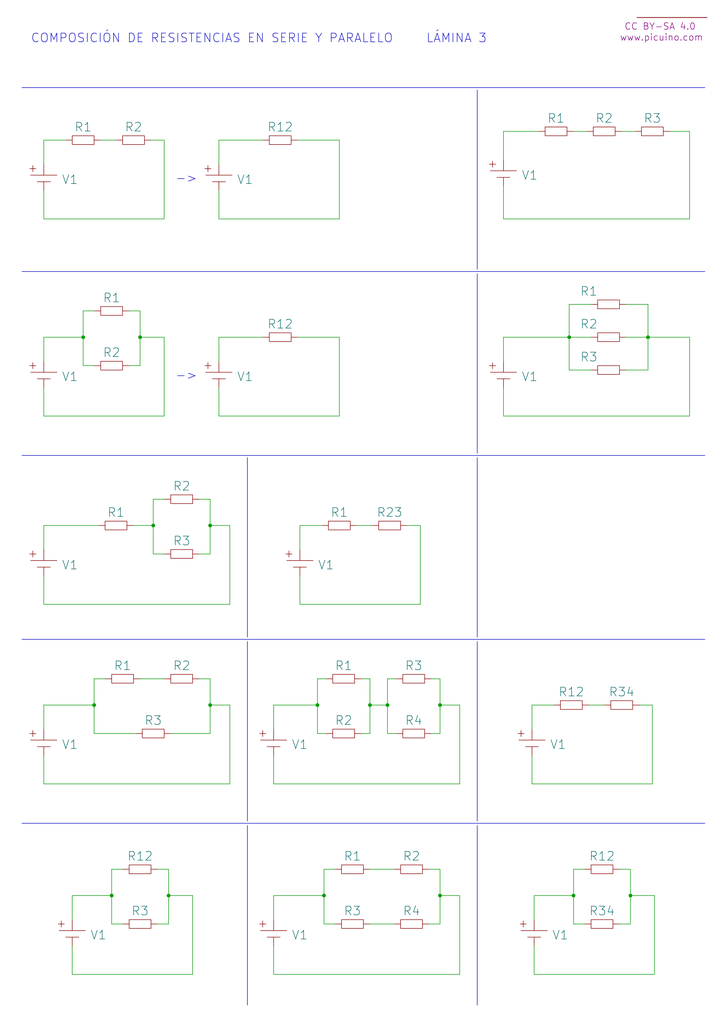
<source format=kicad_sch>
(kicad_sch (version 20230121) (generator eeschema)
  (paper "A4" portrait)
  (title_block (title "Circuitos eléctricos. Composición de resistencias en serie y paralelo") (date "8/05/2021") (company "www.picuino.com") (comment 1 "Copyright (c) 2021 by Carlos Pardo") (comment 2 "License CC BY-SA 4.0"))
  (lib_symbols
    (symbol "electric-resistencias-serie-paralelo-3-rescue:CopyRight-simbolos" (pin_names (offset 1.016))
      (property "License" "CC BY-SA 4.0" (at -1.27 -1.27 0))
      (property "Web" "www.picuino.com" (at 0 -1.27 0))
      (symbol "CopyRight-simbolos_0_1"
        (polyline (pts (xy -10.16 0) (xy 10.16 0)) (stroke (width 0.2032)))
      )
    )
    (symbol "electric-resistencias-serie-paralelo-3-rescue:Pila-simbolos" (pin_names (offset 1.016))
      (property "Reference" "V" (at 5.08 -4.445 0))
      (symbol "Pila-simbolos_0_1"
        (polyline (pts (xy -4.064 -1.27) (xy -2.286 -1.27)))
        (polyline (pts (xy -3.81 -3.175) (xy 3.81 -3.175)))
        (polyline (pts (xy -3.175 -0.381) (xy -3.175 -2.159)))
        (polyline (pts (xy -1.905 -5.08) (xy 1.905 -5.08)))
      )
      (symbol "Pila-simbolos_1_1"
        (pin input line (at 0 -7.62 90) (length 2.54) (name "") (number ""))
        (pin input line (at 0 0 270) (length 3.175) (name "") (number ""))
      )
    )
    (symbol "electric-resistencias-serie-paralelo-3-rescue:resistencia-simbolos" (pin_names (offset 1.016))
      (property "Reference" "R" (at 1.905 -5.08 0))
      (symbol "resistencia-simbolos_0_1"
        (rectangle (start -1.27 -1.905) (end 1.27 -8.255))
      )
      (symbol "resistencia-simbolos_1_1"
        (pin input line (at 0 -10.16 90) (length 1.905) (name "") (number ""))
        (pin input line (at 0 0 270) (length 1.905) (name "") (number ""))
      )
    )
  )
  (junction (at 32.385 259.715))
  (junction (at 60.96 152.4))
  (junction (at 27.305 204.47))
  (junction (at 127.635 204.47))
  (junction (at 165.1 97.79))
  (junction (at 187.96 97.79))
  (junction (at 92.075 204.47))
  (junction (at 166.37 259.715))
  (junction (at 44.45 152.4))
  (junction (at 60.96 204.47))
  (junction (at 112.395 204.47))
  (junction (at 48.895 259.715))
  (junction (at 182.88 259.715))
  (junction (at 107.315 204.47))
  (junction (at 24.13 97.79))
  (junction (at 93.98 259.715))
  (junction (at 127.635 259.715))
  (junction (at 40.64 97.79))
  (wire (pts (xy 44.45 144.78) (xy 44.45 152.4)))
  (wire (pts (xy 107.315 212.725) (xy 104.775 212.725)))
  (wire (pts (xy 27.305 204.47) (xy 27.305 212.725)))
  (wire (pts (xy 165.1 97.79) (xy 165.1 107.315)))
  (wire (pts (xy 187.96 107.315) (xy 181.61 107.315)))
  (wire (pts (xy 79.375 259.715) (xy 79.375 266.7)))
  (wire (pts (xy 12.7 97.79) (xy 24.13 97.79)))
  (wire (pts (xy 47.625 40.64) (xy 43.815 40.64)))
  (wire (pts (xy 32.385 259.715) (xy 32.385 267.97)))
  (wire (pts (xy 189.865 259.715) (xy 189.865 282.575)))
  (wire (pts (xy 200.025 38.1) (xy 200.025 63.5)))
  (wire (pts (xy 60.96 196.85) (xy 60.96 204.47)))
  (wire (pts (xy 200.025 97.79) (xy 200.025 120.65)))
  (wire (pts (xy 166.37 259.715) (xy 166.37 267.97)))
  (wire (pts (xy 12.7 219.075) (xy 12.7 227.33)))
  (wire (pts (xy 86.995 152.4) (xy 93.345 152.4)))
  (wire (pts (xy 79.375 282.575) (xy 133.35 282.575)))
  (wire (pts (xy 44.45 160.655) (xy 47.625 160.655)))
  (wire (pts (xy 107.315 204.47) (xy 107.315 212.725)))
  (wire (pts (xy 47.625 97.79) (xy 47.625 120.65)))
  (polyline (pts (xy 6.35 132.08) (xy 204.47 132.08)))
  (wire (pts (xy 24.13 97.79) (xy 24.13 106.045)))
  (wire (pts (xy 79.375 227.33) (xy 133.35 227.33)))
  (wire (pts (xy 12.7 204.47) (xy 12.7 211.455)))
  (wire (pts (xy 60.96 204.47) (xy 66.675 204.47)))
  (wire (pts (xy 189.23 204.47) (xy 185.42 204.47)))
  (wire (pts (xy 63.5 120.65) (xy 98.425 120.65)))
  (wire (pts (xy 98.425 97.79) (xy 98.425 120.65)))
  (wire (pts (xy 79.375 204.47) (xy 79.375 211.455)))
  (wire (pts (xy 32.385 252.095) (xy 35.56 252.095)))
  (wire (pts (xy 154.305 204.47) (xy 160.655 204.47)))
  (wire (pts (xy 40.64 90.17) (xy 37.465 90.17)))
  (wire (pts (xy 32.385 252.095) (xy 32.385 259.715)))
  (wire (pts (xy 127.635 196.85) (xy 127.635 204.47)))
  (wire (pts (xy 182.88 252.095) (xy 182.88 259.715)))
  (wire (pts (xy 44.45 152.4) (xy 44.45 160.655)))
  (wire (pts (xy 12.7 55.245) (xy 12.7 63.5)))
  (wire (pts (xy 94.615 196.85) (xy 92.075 196.85)))
  (wire (pts (xy 104.775 196.85) (xy 107.315 196.85)))
  (wire (pts (xy 60.96 152.4) (xy 60.96 160.655)))
  (wire (pts (xy 187.96 97.79) (xy 200.025 97.79)))
  (polyline (pts (xy 71.755 132.715) (xy 71.755 184.785)))
  (wire (pts (xy 93.98 252.095) (xy 93.98 259.715)))
  (wire (pts (xy 60.96 152.4) (xy 66.675 152.4)))
  (wire (pts (xy 63.5 47.625) (xy 63.5 40.64)))
  (wire (pts (xy 187.96 97.79) (xy 187.96 107.315)))
  (wire (pts (xy 79.375 219.075) (xy 79.375 227.33)))
  (wire (pts (xy 194.31 38.1) (xy 200.025 38.1)))
  (wire (pts (xy 146.05 112.395) (xy 146.05 120.65)))
  (wire (pts (xy 12.7 227.33) (xy 66.675 227.33)))
  (wire (pts (xy 92.075 196.85) (xy 92.075 204.47)))
  (wire (pts (xy 133.35 204.47) (xy 133.35 227.33)))
  (wire (pts (xy 165.1 88.265) (xy 165.1 97.79)))
  (wire (pts (xy 165.1 107.315) (xy 171.45 107.315)))
  (wire (pts (xy 32.385 267.97) (xy 35.56 267.97)))
  (wire (pts (xy 121.92 152.4) (xy 121.92 175.26)))
  (wire (pts (xy 154.94 266.7) (xy 154.94 259.715)))
  (wire (pts (xy 30.48 196.85) (xy 27.305 196.85)))
  (wire (pts (xy 86.995 175.26) (xy 121.92 175.26)))
  (wire (pts (xy 127.635 196.85) (xy 125.095 196.85)))
  (wire (pts (xy 180.34 38.1) (xy 184.15 38.1)))
  (wire (pts (xy 166.37 38.1) (xy 170.18 38.1)))
  (wire (pts (xy 154.94 282.575) (xy 189.865 282.575)))
  (wire (pts (xy 63.5 104.775) (xy 63.5 97.79)))
  (wire (pts (xy 146.05 97.79) (xy 165.1 97.79)))
  (polyline (pts (xy 6.35 78.74) (xy 204.47 78.74)))
  (wire (pts (xy 127.635 204.47) (xy 133.35 204.47)))
  (wire (pts (xy 92.075 204.47) (xy 92.075 212.725)))
  (wire (pts (xy 154.305 211.455) (xy 154.305 204.47)))
  (wire (pts (xy 48.895 259.715) (xy 55.88 259.715)))
  (wire (pts (xy 12.7 47.625) (xy 12.7 40.64)))
  (wire (pts (xy 79.375 274.32) (xy 79.375 282.575)))
  (wire (pts (xy 127.635 259.715) (xy 127.635 267.97)))
  (wire (pts (xy 93.98 267.97) (xy 97.155 267.97)))
  (wire (pts (xy 12.7 175.26) (xy 66.675 175.26)))
  (polyline (pts (xy 138.43 26.035) (xy 138.43 78.105)))
  (wire (pts (xy 60.96 144.78) (xy 57.785 144.78)))
  (wire (pts (xy 48.895 259.715) (xy 48.895 267.97)))
  (wire (pts (xy 107.315 252.095) (xy 114.3 252.095)))
  (wire (pts (xy 60.96 212.725) (xy 49.53 212.725)))
  (wire (pts (xy 187.96 88.265) (xy 187.96 97.79)))
  (wire (pts (xy 166.37 267.97) (xy 169.545 267.97)))
  (wire (pts (xy 146.05 46.355) (xy 146.05 38.1)))
  (wire (pts (xy 12.7 104.775) (xy 12.7 97.79)))
  (wire (pts (xy 63.5 40.64) (xy 76.2 40.64)))
  (wire (pts (xy 112.395 196.85) (xy 114.935 196.85)))
  (wire (pts (xy 92.075 212.725) (xy 94.615 212.725)))
  (wire (pts (xy 44.45 144.78) (xy 47.625 144.78)))
  (polyline (pts (xy 71.755 186.055) (xy 71.755 238.125)))
  (wire (pts (xy 114.3 267.97) (xy 107.315 267.97)))
  (wire (pts (xy 48.895 252.095) (xy 48.895 259.715)))
  (polyline (pts (xy 138.43 132.715) (xy 138.43 184.785)))
  (wire (pts (xy 182.88 267.97) (xy 179.705 267.97)))
  (wire (pts (xy 182.88 259.715) (xy 189.865 259.715)))
  (wire (pts (xy 200.025 63.5) (xy 146.05 63.5)))
  (wire (pts (xy 181.61 88.265) (xy 187.96 88.265)))
  (wire (pts (xy 200.025 120.65) (xy 146.05 120.65)))
  (wire (pts (xy 12.7 40.64) (xy 19.05 40.64)))
  (polyline (pts (xy 138.43 239.395) (xy 138.43 291.465)))
  (wire (pts (xy 127.635 252.095) (xy 127.635 259.715)))
  (polyline (pts (xy 138.43 186.055) (xy 138.43 238.125)))
  (wire (pts (xy 112.395 212.725) (xy 112.395 204.47)))
  (wire (pts (xy 24.13 90.17) (xy 24.13 97.79)))
  (wire (pts (xy 60.96 144.78) (xy 60.96 152.4)))
  (wire (pts (xy 166.37 252.095) (xy 166.37 259.715)))
  (wire (pts (xy 127.635 252.095) (xy 124.46 252.095)))
  (wire (pts (xy 12.7 167.005) (xy 12.7 175.26)))
  (wire (pts (xy 33.655 40.64) (xy 29.21 40.64)))
  (wire (pts (xy 20.955 266.7) (xy 20.955 259.715)))
  (wire (pts (xy 182.88 259.715) (xy 182.88 267.97)))
  (wire (pts (xy 55.88 259.715) (xy 55.88 282.575)))
  (wire (pts (xy 166.37 252.095) (xy 169.545 252.095)))
  (wire (pts (xy 86.36 40.64) (xy 98.425 40.64)))
  (wire (pts (xy 107.95 152.4) (xy 103.505 152.4)))
  (wire (pts (xy 66.675 152.4) (xy 66.675 175.26)))
  (wire (pts (xy 182.88 252.095) (xy 179.705 252.095)))
  (wire (pts (xy 154.305 219.075) (xy 154.305 227.33)))
  (wire (pts (xy 24.13 106.045) (xy 27.305 106.045)))
  (wire (pts (xy 60.96 204.47) (xy 60.96 212.725)))
  (wire (pts (xy 146.05 38.1) (xy 156.21 38.1)))
  (wire (pts (xy 154.305 227.33) (xy 189.23 227.33)))
  (wire (pts (xy 24.13 90.17) (xy 27.305 90.17)))
  (wire (pts (xy 146.05 53.975) (xy 146.05 63.5)))
  (wire (pts (xy 12.7 112.395) (xy 12.7 120.65)))
  (wire (pts (xy 189.23 204.47) (xy 189.23 227.33)))
  (wire (pts (xy 63.5 112.395) (xy 63.5 120.65)))
  (wire (pts (xy 165.1 97.79) (xy 171.45 97.79)))
  (wire (pts (xy 79.375 204.47) (xy 92.075 204.47)))
  (wire (pts (xy 12.7 204.47) (xy 27.305 204.47)))
  (wire (pts (xy 133.35 259.715) (xy 133.35 282.575)))
  (wire (pts (xy 127.635 212.725) (xy 125.095 212.725)))
  (wire (pts (xy 40.64 90.17) (xy 40.64 97.79)))
  (wire (pts (xy 40.64 196.85) (xy 47.625 196.85)))
  (wire (pts (xy 171.45 88.265) (xy 165.1 88.265)))
  (wire (pts (xy 63.5 63.5) (xy 98.425 63.5)))
  (wire (pts (xy 63.5 97.79) (xy 76.2 97.79)))
  (wire (pts (xy 187.96 97.79) (xy 181.61 97.79)))
  (wire (pts (xy 86.36 97.79) (xy 98.425 97.79)))
  (wire (pts (xy 60.96 196.85) (xy 57.785 196.85)))
  (wire (pts (xy 97.155 252.095) (xy 93.98 252.095)))
  (wire (pts (xy 86.995 167.005) (xy 86.995 175.26)))
  (wire (pts (xy 20.955 274.32) (xy 20.955 282.575)))
  (polyline (pts (xy 71.755 239.395) (xy 71.755 291.465)))
  (wire (pts (xy 98.425 40.64) (xy 98.425 63.5)))
  (wire (pts (xy 40.64 97.79) (xy 47.625 97.79)))
  (polyline (pts (xy 6.35 238.76) (xy 204.47 238.76)))
  (wire (pts (xy 114.935 212.725) (xy 112.395 212.725)))
  (wire (pts (xy 20.955 282.575) (xy 55.88 282.575)))
  (wire (pts (xy 127.635 259.715) (xy 133.35 259.715)))
  (polyline (pts (xy 6.35 25.4) (xy 204.47 25.4)))
  (wire (pts (xy 86.995 159.385) (xy 86.995 152.4)))
  (wire (pts (xy 47.625 40.64) (xy 47.625 63.5)))
  (wire (pts (xy 66.675 204.47) (xy 66.675 227.33)))
  (wire (pts (xy 127.635 267.97) (xy 124.46 267.97)))
  (wire (pts (xy 48.895 267.97) (xy 45.72 267.97)))
  (wire (pts (xy 60.96 160.655) (xy 57.785 160.655)))
  (wire (pts (xy 112.395 204.47) (xy 112.395 196.85)))
  (wire (pts (xy 48.895 252.095) (xy 45.72 252.095)))
  (wire (pts (xy 127.635 204.47) (xy 127.635 212.725)))
  (wire (pts (xy 12.7 120.65) (xy 47.625 120.65)))
  (wire (pts (xy 175.26 204.47) (xy 170.815 204.47)))
  (wire (pts (xy 40.64 106.045) (xy 37.465 106.045)))
  (wire (pts (xy 27.305 196.85) (xy 27.305 204.47)))
  (wire (pts (xy 154.94 259.715) (xy 166.37 259.715)))
  (wire (pts (xy 40.64 97.79) (xy 40.64 106.045)))
  (wire (pts (xy 79.375 259.715) (xy 93.98 259.715)))
  (wire (pts (xy 12.7 152.4) (xy 28.575 152.4)))
  (wire (pts (xy 107.315 204.47) (xy 112.395 204.47)))
  (polyline (pts (xy 6.35 185.42) (xy 204.47 185.42)))
  (wire (pts (xy 63.5 55.245) (xy 63.5 63.5)))
  (wire (pts (xy 154.94 274.32) (xy 154.94 282.575)))
  (wire (pts (xy 121.92 152.4) (xy 118.11 152.4)))
  (wire (pts (xy 12.7 63.5) (xy 47.625 63.5)))
  (polyline (pts (xy 138.43 79.375) (xy 138.43 131.445)))
  (wire (pts (xy 146.05 104.775) (xy 146.05 97.79)))
  (wire (pts (xy 12.7 152.4) (xy 12.7 159.385)))
  (wire (pts (xy 44.45 152.4) (xy 38.735 152.4)))
  (wire (pts (xy 20.955 259.715) (xy 32.385 259.715)))
  (wire (pts (xy 27.305 212.725) (xy 39.37 212.725)))
  (wire (pts (xy 107.315 196.85) (xy 107.315 204.47)))
  (wire (pts (xy 93.98 259.715) (xy 93.98 267.97)))
  (text "->" (at 50.8 53.34 0) (effects (font (size 2.54 2.54)) (justify left bottom)))
  (text "COMPOSICIÓN DE RESISTENCIAS EN SERIE Y PARALELO     LÁMINA 3" (at 8.89 12.7 0) (effects (font (size 2.54 2.54)) (justify left bottom)))
  (text "->" (at 50.8 110.49 0) (effects (font (size 2.54 2.54)) (justify left bottom)))
  (symbol (lib_id "electric-resistencias-serie-paralelo-3-rescue:Pila-simbolos") (at 12.7 159.385 0) (unit 1)
    (property "Reference" "V1" (at 17.78 163.83 0) (effects (font (size 2.54 2.54)) (justify left)))
    (property "Value" "6v" (effects hide))
  )
  (symbol (lib_id "electric-resistencias-serie-paralelo-3-rescue:Pila-simbolos") (at 12.7 211.455 0) (unit 1)
    (property "Reference" "V1" (at 17.78 215.9 0) (effects (font (size 2.54 2.54)) (justify left)))
    (property "Value" "6v" (effects hide))
  )
  (symbol (lib_id "electric-resistencias-serie-paralelo-3-rescue:Pila-simbolos") (at 146.05 46.355 0) (unit 1)
    (property "Reference" "V1" (at 151.13 50.8 0) (effects (font (size 2.54 2.54)) (justify left)))
    (property "Value" "6v" (effects hide))
  )
  (symbol (lib_id "electric-resistencias-serie-paralelo-3-rescue:Pila-simbolos") (at 146.05 104.775 0) (unit 1)
    (property "Reference" "V1" (at 151.13 109.22 0) (effects (font (size 2.54 2.54)) (justify left)))
    (property "Value" "6v" (effects hide))
  )
  (symbol (lib_id "electric-resistencias-serie-paralelo-3-rescue:Pila-simbolos") (at 79.375 266.7 0) (unit 1)
    (property "Reference" "V1" (at 84.455 271.145 0) (effects (font (size 2.54 2.54)) (justify left)))
    (property "Value" "6v" (effects hide))
  )
  (symbol (lib_id "electric-resistencias-serie-paralelo-3-rescue:Pila-simbolos") (at 79.375 211.455 0) (unit 1)
    (property "Reference" "V1" (at 84.455 215.9 0) (effects (font (size 2.54 2.54)) (justify left)))
    (property "Value" "6v" (effects hide))
  )
  (symbol (lib_id "electric-resistencias-serie-paralelo-3-rescue:Pila-simbolos") (at 86.995 159.385 0) (unit 1)
    (property "Reference" "V1" (at 92.075 163.83 0) (effects (font (size 2.54 2.54)) (justify left)))
    (property "Value" "6v" (effects hide))
  )
  (symbol (lib_id "electric-resistencias-serie-paralelo-3-rescue:resistencia-simbolos") (at 103.505 152.4 270) (unit 1)
    (property "Reference" "R1" (at 98.425 148.59 90) (effects (font (size 2.54 2.54))))
    (property "Value" "1" (effects hide))
  )
  (symbol (lib_id "electric-resistencias-serie-paralelo-3-rescue:resistencia-simbolos") (at 118.11 152.4 270) (unit 1)
    (property "Reference" "R23" (at 113.03 148.59 90) (effects (font (size 2.54 2.54))))
    (property "Value" "1" (effects hide))
  )
  (symbol (lib_id "electric-resistencias-serie-paralelo-3-rescue:Pila-simbolos") (at 12.7 47.625 0) (unit 1)
    (property "Reference" "V1" (at 17.78 52.07 0) (effects (font (size 2.54 2.54)) (justify left)))
    (property "Value" "6v" (effects hide))
  )
  (symbol (lib_id "electric-resistencias-serie-paralelo-3-rescue:resistencia-simbolos") (at 29.21 40.64 270) (unit 1)
    (property "Reference" "R1" (at 24.13 36.83 90) (effects (font (size 2.54 2.54))))
    (property "Value" "1" (effects hide))
  )
  (symbol (lib_id "electric-resistencias-serie-paralelo-3-rescue:Pila-simbolos") (at 63.5 47.625 0) (unit 1)
    (property "Reference" "V1" (at 68.58 52.07 0) (effects (font (size 2.54 2.54)) (justify left)))
    (property "Value" "6v" (effects hide))
  )
  (symbol (lib_id "electric-resistencias-serie-paralelo-3-rescue:resistencia-simbolos") (at 86.36 40.64 270) (unit 1)
    (property "Reference" "R12" (at 81.28 36.83 90) (effects (font (size 2.54 2.54))))
    (property "Value" "1" (effects hide))
  )
  (symbol (lib_id "electric-resistencias-serie-paralelo-3-rescue:resistencia-simbolos") (at 37.465 90.17 270) (unit 1)
    (property "Reference" "R1" (at 32.385 86.36 90) (effects (font (size 2.54 2.54))))
    (property "Value" "2" (effects hide))
  )
  (symbol (lib_id "electric-resistencias-serie-paralelo-3-rescue:resistencia-simbolos") (at 37.465 106.045 270) (unit 1)
    (property "Reference" "R2" (at 32.385 102.235 90) (effects (font (size 2.54 2.54))))
    (property "Value" "2" (effects hide))
  )
  (symbol (lib_id "electric-resistencias-serie-paralelo-3-rescue:Pila-simbolos") (at 12.7 104.775 0) (unit 1)
    (property "Reference" "V1" (at 17.78 109.22 0) (effects (font (size 2.54 2.54)) (justify left)))
    (property "Value" "6v" (effects hide))
  )
  (symbol (lib_id "electric-resistencias-serie-paralelo-3-rescue:resistencia-simbolos") (at 179.705 252.095 270) (unit 1)
    (property "Reference" "R12" (at 174.625 248.285 90) (effects (font (size 2.54 2.54))))
    (property "Value" "2" (effects hide))
  )
  (symbol (lib_id "electric-resistencias-serie-paralelo-3-rescue:resistencia-simbolos") (at 179.705 267.97 270) (unit 1)
    (property "Reference" "R34" (at 174.625 264.16 90) (effects (font (size 2.54 2.54))))
    (property "Value" "2" (effects hide))
  )
  (symbol (lib_id "electric-resistencias-serie-paralelo-3-rescue:Pila-simbolos") (at 154.94 266.7 0) (unit 1)
    (property "Reference" "V1" (at 160.02 271.145 0) (effects (font (size 2.54 2.54)) (justify left)))
    (property "Value" "6v" (effects hide))
  )
  (symbol (lib_id "electric-resistencias-serie-paralelo-3-rescue:Pila-simbolos") (at 63.5 104.775 0) (unit 1)
    (property "Reference" "V1" (at 68.58 109.22 0) (effects (font (size 2.54 2.54)) (justify left)))
    (property "Value" "6v" (effects hide))
  )
  (symbol (lib_id "electric-resistencias-serie-paralelo-3-rescue:resistencia-simbolos") (at 86.36 97.79 270) (unit 1)
    (property "Reference" "R12" (at 81.28 93.98 90) (effects (font (size 2.54 2.54))))
    (property "Value" "1" (effects hide))
  )
  (symbol (lib_id "electric-resistencias-serie-paralelo-3-rescue:resistencia-simbolos") (at 43.815 40.64 270) (unit 1)
    (property "Reference" "R2" (at 38.735 36.83 90) (effects (font (size 2.54 2.54))))
    (property "Value" "1" (effects hide))
  )
  (symbol (lib_id "electric-resistencias-serie-paralelo-3-rescue:Pila-simbolos") (at 154.305 211.455 0) (unit 1)
    (property "Reference" "V1" (at 159.385 215.9 0) (effects (font (size 2.54 2.54)) (justify left)))
    (property "Value" "6v" (effects hide))
  )
  (symbol (lib_id "electric-resistencias-serie-paralelo-3-rescue:resistencia-simbolos") (at 170.815 204.47 270) (unit 1)
    (property "Reference" "R12" (at 165.735 200.66 90) (effects (font (size 2.54 2.54))))
    (property "Value" "1" (effects hide))
  )
  (symbol (lib_id "electric-resistencias-serie-paralelo-3-rescue:resistencia-simbolos") (at 185.42 204.47 270) (unit 1)
    (property "Reference" "R34" (at 180.34 200.66 90) (effects (font (size 2.54 2.54))))
    (property "Value" "1" (effects hide))
  )
  (symbol (lib_id "electric-resistencias-serie-paralelo-3-rescue:resistencia-simbolos") (at 57.785 196.85 270) (unit 1)
    (property "Reference" "R2" (at 52.705 193.04 90) (effects (font (size 2.54 2.54))))
    (property "Value" "4" (effects hide))
  )
  (symbol (lib_id "electric-resistencias-serie-paralelo-3-rescue:resistencia-simbolos") (at 49.53 212.725 270) (unit 1)
    (property "Reference" "R3" (at 44.45 208.915 90) (effects (font (size 2.54 2.54))))
    (property "Value" "6" (effects hide))
  )
  (symbol (lib_id "electric-resistencias-serie-paralelo-3-rescue:resistencia-simbolos") (at 40.64 196.85 270) (unit 1)
    (property "Reference" "R1" (at 35.56 193.04 90) (effects (font (size 2.54 2.54))))
    (property "Value" "2" (effects hide))
  )
  (symbol (lib_id "electric-resistencias-serie-paralelo-3-rescue:resistencia-simbolos") (at 166.37 38.1 270) (unit 1)
    (property "Reference" "R1" (at 161.29 34.29 90) (effects (font (size 2.54 2.54))))
    (property "Value" "1" (effects hide))
  )
  (symbol (lib_id "electric-resistencias-serie-paralelo-3-rescue:resistencia-simbolos") (at 180.34 38.1 270) (unit 1)
    (property "Reference" "R2" (at 175.26 34.29 90) (effects (font (size 2.54 2.54))))
    (property "Value" "2" (effects hide))
  )
  (symbol (lib_id "electric-resistencias-serie-paralelo-3-rescue:resistencia-simbolos") (at 194.31 38.1 270) (unit 1)
    (property "Reference" "R3" (at 189.23 34.29 90) (effects (font (size 2.54 2.54))))
    (property "Value" "3" (effects hide))
  )
  (symbol (lib_id "electric-resistencias-serie-paralelo-3-rescue:resistencia-simbolos") (at 181.61 97.79 270) (unit 1)
    (property "Reference" "R2" (at 170.815 93.98 90) (effects (font (size 2.54 2.54))))
    (property "Value" "12" (effects hide))
  )
  (symbol (lib_id "electric-resistencias-serie-paralelo-3-rescue:resistencia-simbolos") (at 181.61 88.265 270) (unit 1)
    (property "Reference" "R1" (at 170.815 84.455 90) (effects (font (size 2.54 2.54))))
    (property "Value" "4" (effects hide))
  )
  (symbol (lib_id "electric-resistencias-serie-paralelo-3-rescue:resistencia-simbolos") (at 181.61 107.315 270) (unit 1)
    (property "Reference" "R3" (at 170.815 103.505 90) (effects (font (size 2.54 2.54))))
    (property "Value" "6" (effects hide))
  )
  (symbol (lib_id "electric-resistencias-serie-paralelo-3-rescue:resistencia-simbolos") (at 124.46 252.095 270) (unit 1)
    (property "Reference" "R2" (at 119.38 248.285 90) (effects (font (size 2.54 2.54))))
    (property "Value" "8" (effects hide))
  )
  (symbol (lib_id "electric-resistencias-serie-paralelo-3-rescue:resistencia-simbolos") (at 107.315 267.97 270) (unit 1)
    (property "Reference" "R3" (at 102.235 264.16 90) (effects (font (size 2.54 2.54))))
    (property "Value" "20" (effects hide))
  )
  (symbol (lib_id "electric-resistencias-serie-paralelo-3-rescue:resistencia-simbolos") (at 107.315 252.095 270) (unit 1)
    (property "Reference" "R1" (at 102.235 248.285 90) (effects (font (size 2.54 2.54))))
    (property "Value" "4" (effects hide))
  )
  (symbol (lib_id "electric-resistencias-serie-paralelo-3-rescue:resistencia-simbolos") (at 124.46 267.97 270) (unit 1)
    (property "Reference" "R4" (at 119.38 264.16 90) (effects (font (size 2.54 2.54))))
    (property "Value" "40" (effects hide))
  )
  (symbol (lib_id "electric-resistencias-serie-paralelo-3-rescue:resistencia-simbolos") (at 125.095 196.85 270) (unit 1)
    (property "Reference" "R3" (at 120.015 193.04 90) (effects (font (size 2.54 2.54))))
    (property "Value" "9" (effects hide))
  )
  (symbol (lib_id "electric-resistencias-serie-paralelo-3-rescue:resistencia-simbolos") (at 104.775 212.725 270) (unit 1)
    (property "Reference" "R2" (at 99.695 208.915 90) (effects (font (size 2.54 2.54))))
    (property "Value" "24" (effects hide))
  )
  (symbol (lib_id "electric-resistencias-serie-paralelo-3-rescue:resistencia-simbolos") (at 104.775 196.85 270) (unit 1)
    (property "Reference" "R1" (at 99.695 193.04 90) (effects (font (size 2.54 2.54))))
    (property "Value" "8" (effects hide))
  )
  (symbol (lib_id "electric-resistencias-serie-paralelo-3-rescue:resistencia-simbolos") (at 125.095 212.725 270) (unit 1)
    (property "Reference" "R4" (at 120.015 208.915 90) (effects (font (size 2.54 2.54))))
    (property "Value" "18" (effects hide))
  )
  (symbol (lib_id "electric-resistencias-serie-paralelo-3-rescue:resistencia-simbolos") (at 45.72 252.095 270) (unit 1)
    (property "Reference" "R12" (at 40.64 248.285 90) (effects (font (size 2.54 2.54))))
    (property "Value" "2" (effects hide))
  )
  (symbol (lib_id "electric-resistencias-serie-paralelo-3-rescue:resistencia-simbolos") (at 45.72 267.97 270) (unit 1)
    (property "Reference" "R3" (at 40.64 264.16 90) (effects (font (size 2.54 2.54))))
    (property "Value" "2" (effects hide))
  )
  (symbol (lib_id "electric-resistencias-serie-paralelo-3-rescue:Pila-simbolos") (at 20.955 266.7 0) (unit 1)
    (property "Reference" "V1" (at 26.035 271.145 0) (effects (font (size 2.54 2.54)) (justify left)))
    (property "Value" "6v" (effects hide))
  )
  (symbol (lib_id "electric-resistencias-serie-paralelo-3-rescue:CopyRight-simbolos") (at 194.945 5.08 0) (unit 1)
    (property "Reference" "CP?" (effects hide))
    (property "Value" "CopyRight" (effects hide))
    (property "License" "CC BY-SA 4.0" (at 201.93 7.62 0) (effects (font (size 1.905 1.905)) (justify right)))
    (property "Web" "www.picuino.com" (at 179.705 10.795 0) (effects (font (size 1.905 1.905)) (justify left)))
  )
  (symbol (lib_id "electric-resistencias-serie-paralelo-3-rescue:resistencia-simbolos") (at 57.785 144.78 270) (unit 1)
    (property "Reference" "R2" (at 52.705 140.97 90) (effects (font (size 2.54 2.54))))
    (property "Value" "4" (effects hide))
  )
  (symbol (lib_id "electric-resistencias-serie-paralelo-3-rescue:resistencia-simbolos") (at 57.785 160.655 270) (unit 1)
    (property "Reference" "R3" (at 52.705 156.845 90) (effects (font (size 2.54 2.54))))
    (property "Value" "12" (effects hide))
  )
  (symbol (lib_id "electric-resistencias-serie-paralelo-3-rescue:resistencia-simbolos") (at 38.735 152.4 270) (unit 1)
    (property "Reference" "R1" (at 33.655 148.59 90) (effects (font (size 2.54 2.54))))
    (property "Value" "3" (effects hide))
  )
)
</source>
